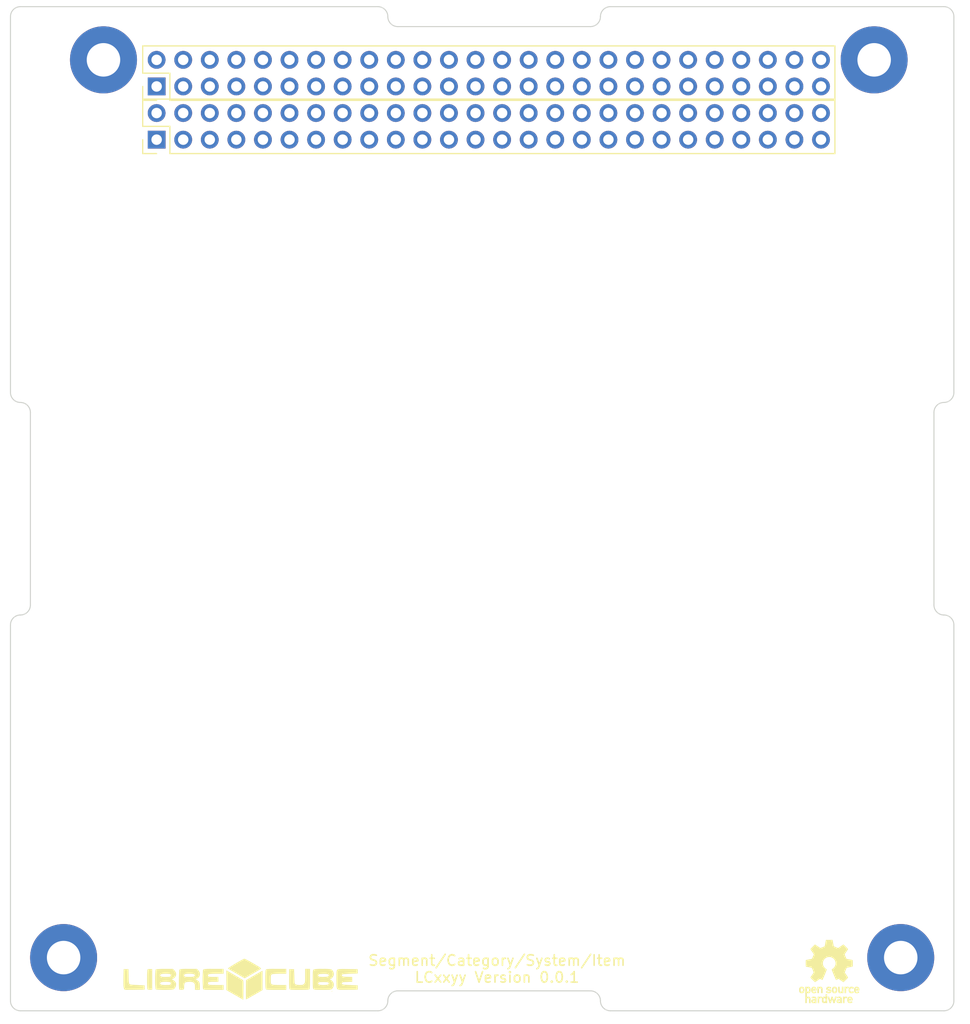
<source format=kicad_pcb>
(kicad_pcb (version 20221018) (generator pcbnew)
  (layers (0 "F.Cu" signal) (1 "In1.Cu" power) (2 "In2.Cu" power) (31 "B.Cu" signal) (34 "B.Paste" user) (35 "F.Paste" user) (36 "B.SilkS" user "B.Silkscreen") (37 "F.SilkS" user "F.Silkscreen") (38 "B.Mask" user) (39 "F.Mask" user) (44 "Edge.Cuts" user))
  (net 0 "")
  (net 1 "/CHARGE")
  (net 2 "/VBAT")
  (net 3 "/GND")
  (net 4 "/5V")
  (net 5 "/CAN_A_L")
  (net 6 "/UART_A_TX")
  (net 7 "/CAN_A_H")
  (net 8 "/UART_B_TX")
  (net 9 "/UART_A_RX")
  (net 10 "/UART_B_RX")
  (net 15 "/UART_C_TX")
  (net 17 "/UART_C_RX")
  (net 24 "/UART_D_TX")
  (net 26 "/UART_D_RX")
  (net 41 "/ENA_LCL_1")
  (net 42 "/LCL_1")
  (net 43 "/ENA_LCL_2")
  (net 44 "/LCL_2")
  (net 45 "/ENA_LCL_3")
  (net 46 "/LCL_3")
  (net 47 "/ENA_LCL_4")
  (net 48 "/LCL_4")
  (net 53 "/CAN_B_L")
  (net 55 "/CAN_B_H")
  (net 77 "/ENA_LCL_5")
  (net 78 "/LCL_5")
  (net 79 "/ENA_LCL_6")
  (net 80 "/LCL_6")
  (net 81 "/ENA_LCL_7")
  (net 82 "/LCL_7")
  (net 83 "/ENA_LCL_8")
  (net 84 "/LCL_8")
  (footprint "Connector_PinHeader_2.54mm:PinHeader_2x26_P2.54mm_Vertical" (layer "F.Cu") (at 96.52 53.975 90)
    (fp_text reference "H1" hide)
    (fp_text value "ESQ-126-39-x-D" hide)
    (pad "1" thru_hole rect locked (at 0 0 90) (size 1.7 1.7) (drill 1) (layers "*.Cu" "*.Mask") (net 5 "/CAN_A_L"))
    (pad "2" thru_hole oval locked (at 2.54 0 90) (size 1.7 1.7) (drill 1) (layers "*.Cu" "*.Mask") (net 53 "/CAN_B_L"))
    (pad "3" thru_hole oval locked (at 0 2.54 90) (size 1.7 1.7) (drill 1) (layers "*.Cu" "*.Mask") (net 7 "/CAN_A_H"))
    (pad "4" thru_hole oval locked (at 2.54 2.54 90) (size 1.7 1.7) (drill 1) (layers "*.Cu" "*.Mask") (net 55 "/CAN_B_H"))
    (pad "5" thru_hole oval locked (at 0 5.08 90) (size 1.7 1.7) (drill 1) (layers "*.Cu" "*.Mask") (net 6 "/UART_A_TX"))
    (pad "6" thru_hole oval locked (at 2.54 5.08 90) (size 1.7 1.7) (drill 1) (layers "*.Cu" "*.Mask") (net 8 "/UART_B_TX"))
    (pad "7" thru_hole oval locked (at 0 7.62 90) (size 1.7 1.7) (drill 1) (layers "*.Cu" "*.Mask") (net 9 "/UART_A_RX"))
    (pad "8" thru_hole oval locked (at 2.54 7.62 90) (size 1.7 1.7) (drill 1) (layers "*.Cu" "*.Mask") (net 10 "/UART_B_RX"))
    (pad "9" thru_hole oval locked (at 0 10.16 90) (size 1.7 1.7) (drill 1) (layers "*.Cu" "*.Mask"))
    (pad "10" thru_hole oval locked (at 2.54 10.16 90) (size 1.7 1.7) (drill 1) (layers "*.Cu" "*.Mask"))
    (pad "11" thru_hole oval locked (at 0 12.7 90) (size 1.7 1.7) (drill 1) (layers "*.Cu" "*.Mask"))
    (pad "12" thru_hole oval locked (at 2.54 12.7 90) (size 1.7 1.7) (drill 1) (layers "*.Cu" "*.Mask"))
    (pad "13" thru_hole oval locked (at 0 15.24 90) (size 1.7 1.7) (drill 1) (layers "*.Cu" "*.Mask") (net 15 "/UART_C_TX"))
    (pad "14" thru_hole oval locked (at 2.54 15.24 90) (size 1.7 1.7) (drill 1) (layers "*.Cu" "*.Mask"))
    (pad "15" thru_hole oval locked (at 0 17.78 90) (size 1.7 1.7) (drill 1) (layers "*.Cu" "*.Mask") (net 17 "/UART_C_RX"))
    (pad "16" thru_hole oval locked (at 2.54 17.78 90) (size 1.7 1.7) (drill 1) (layers "*.Cu" "*.Mask"))
    (pad "17" thru_hole oval locked (at 0 20.32 90) (size 1.7 1.7) (drill 1) (layers "*.Cu" "*.Mask"))
    (pad "18" thru_hole oval locked (at 2.54 20.32 90) (size 1.7 1.7) (drill 1) (layers "*.Cu" "*.Mask"))
    (pad "19" thru_hole oval locked (at 0 22.86 90) (size 1.7 1.7) (drill 1) (layers "*.Cu" "*.Mask"))
    (pad "20" thru_hole oval locked (at 2.54 22.86 90) (size 1.7 1.7) (drill 1) (layers "*.Cu" "*.Mask"))
    (pad "21" thru_hole oval locked (at 0 25.4 90) (size 1.7 1.7) (drill 1) (layers "*.Cu" "*.Mask"))
    (pad "22" thru_hole oval locked (at 2.54 25.4 90) (size 1.7 1.7) (drill 1) (layers "*.Cu" "*.Mask") (net 24 "/UART_D_TX"))
    (pad "23" thru_hole oval locked (at 0 27.94 90) (size 1.7 1.7) (drill 1) (layers "*.Cu" "*.Mask"))
    (pad "24" thru_hole oval locked (at 2.54 27.94 90) (size 1.7 1.7) (drill 1) (layers "*.Cu" "*.Mask") (net 26 "/UART_D_RX"))
    (pad "25" thru_hole oval locked (at 0 30.48 90) (size 1.7 1.7) (drill 1) (layers "*.Cu" "*.Mask") (net 4 "/5V"))
    (pad "26" thru_hole oval locked (at 2.54 30.48 90) (size 1.7 1.7) (drill 1) (layers "*.Cu" "*.Mask") (net 4 "/5V"))
    (pad "27" thru_hole oval locked (at 0 33.02 90) (size 1.7 1.7) (drill 1) (layers "*.Cu" "*.Mask"))
    (pad "28" thru_hole oval locked (at 2.54 33.02 90) (size 1.7 1.7) (drill 1) (layers "*.Cu" "*.Mask"))
    (pad "29" thru_hole oval locked (at 0 35.56 90) (size 1.7 1.7) (drill 1) (layers "*.Cu" "*.Mask"))
    (pad "30" thru_hole oval locked (at 2.54 35.56 90) (size 1.7 1.7) (drill 1) (layers "*.Cu" "*.Mask"))
    (pad "31" thru_hole oval locked (at 0 38.1 90) (size 1.7 1.7) (drill 1) (layers "*.Cu" "*.Mask") (net 1 "/CHARGE"))
    (pad "32" thru_hole oval locked (at 2.54 38.1 90) (size 1.7 1.7) (drill 1) (layers "*.Cu" "*.Mask") (net 1 "/CHARGE"))
    (pad "33" thru_hole oval locked (at 0 40.64 90) (size 1.7 1.7) (drill 1) (layers "*.Cu" "*.Mask") (net 3 "/GND"))
    (pad "34" thru_hole oval locked (at 2.54 40.64 90) (size 1.7 1.7) (drill 1) (layers "*.Cu" "*.Mask") (net 3 "/GND"))
    (pad "35" thru_hole oval locked (at 0 43.18 90) (size 1.7 1.7) (drill 1) (layers "*.Cu" "*.Mask"))
    (pad "36" thru_hole oval locked (at 2.54 43.18 90) (size 1.7 1.7) (drill 1) (layers "*.Cu" "*.Mask"))
    (pad "37" thru_hole oval locked (at 0 45.72 90) (size 1.7 1.7) (drill 1) (layers "*.Cu" "*.Mask"))
    (pad "38" thru_hole oval locked (at 2.54 45.72 90) (size 1.7 1.7) (drill 1) (layers "*.Cu" "*.Mask"))
    (pad "39" thru_hole oval locked (at 0 48.26 90) (size 1.7 1.7) (drill 1) (layers "*.Cu" "*.Mask"))
    (pad "40" thru_hole oval locked (at 2.54 48.26 90) (size 1.7 1.7) (drill 1) (layers "*.Cu" "*.Mask"))
    (pad "41" thru_hole oval locked (at 0 50.8 90) (size 1.7 1.7) (drill 1) (layers "*.Cu" "*.Mask"))
    (pad "42" thru_hole oval locked (at 2.54 50.8 90) (size 1.7 1.7) (drill 1) (layers "*.Cu" "*.Mask"))
    (pad "43" thru_hole oval locked (at 0 53.34 90) (size 1.7 1.7) (drill 1) (layers "*.Cu" "*.Mask"))
    (pad "44" thru_hole oval locked (at 2.54 53.34 90) (size 1.7 1.7) (drill 1) (layers "*.Cu" "*.Mask"))
    (pad "45" thru_hole oval locked (at 0 55.88 90) (size 1.7 1.7) (drill 1) (layers "*.Cu" "*.Mask") (net 41 "/ENA_LCL_1"))
    (pad "46" thru_hole oval locked (at 2.54 55.88 90) (size 1.7 1.7) (drill 1) (layers "*.Cu" "*.Mask") (net 42 "/LCL_1"))
    (pad "47" thru_hole oval locked (at 0 58.42 90) (size 1.7 1.7) (drill 1) (layers "*.Cu" "*.Mask") (net 43 "/ENA_LCL_2"))
    (pad "48" thru_hole oval locked (at 2.54 58.42 90) (size 1.7 1.7) (drill 1) (layers "*.Cu" "*.Mask") (net 44 "/LCL_2"))
    (pad "49" thru_hole oval locked (at 0 60.96 90) (size 1.7 1.7) (drill 1) (layers "*.Cu" "*.Mask") (net 45 "/ENA_LCL_3"))
    (pad "50" thru_hole oval locked (at 2.54 60.96 90) (size 1.7 1.7) (drill 1) (layers "*.Cu" "*.Mask") (net 46 "/LCL_3"))
    (pad "51" thru_hole oval locked (at 0 63.5 90) (size 1.7 1.7) (drill 1) (layers "*.Cu" "*.Mask") (net 47 "/ENA_LCL_4"))
    (pad "52" thru_hole oval locked (at 2.54 63.5 90) (size 1.7 1.7) (drill 1) (layers "*.Cu" "*.Mask") (net 48 "/LCL_4"))
  )
  (footprint "Connector_PinHeader_2.54mm:PinHeader_2x26_P2.54mm_Vertical" (layer "F.Cu") (at 96.52 48.895 90)
    (fp_text reference "H2" hide)
    (fp_text value "ESQ-126-39-x-D" hide)
    (pad "1" thru_hole rect locked (at 0 0 90) (size 1.7 1.7) (drill 1) (layers "*.Cu" "*.Mask"))
    (pad "2" thru_hole oval locked (at 2.54 0 90) (size 1.7 1.7) (drill 1) (layers "*.Cu" "*.Mask"))
    (pad "3" thru_hole oval locked (at 0 2.54 90) (size 1.7 1.7) (drill 1) (layers "*.Cu" "*.Mask"))
    (pad "4" thru_hole oval locked (at 2.54 2.54 90) (size 1.7 1.7) (drill 1) (layers "*.Cu" "*.Mask"))
    (pad "5" thru_hole oval locked (at 0 5.08 90) (size 1.7 1.7) (drill 1) (layers "*.Cu" "*.Mask"))
    (pad "6" thru_hole oval locked (at 2.54 5.08 90) (size 1.7 1.7) (drill 1) (layers "*.Cu" "*.Mask"))
    (pad "7" thru_hole oval locked (at 0 7.62 90) (size 1.7 1.7) (drill 1) (layers "*.Cu" "*.Mask"))
    (pad "8" thru_hole oval locked (at 2.54 7.62 90) (size 1.7 1.7) (drill 1) (layers "*.Cu" "*.Mask"))
    (pad "9" thru_hole oval locked (at 0 10.16 90) (size 1.7 1.7) (drill 1) (layers "*.Cu" "*.Mask"))
    (pad "10" thru_hole oval locked (at 2.54 10.16 90) (size 1.7 1.7) (drill 1) (layers "*.Cu" "*.Mask"))
    (pad "11" thru_hole oval locked (at 0 12.7 90) (size 1.7 1.7) (drill 1) (layers "*.Cu" "*.Mask"))
    (pad "12" thru_hole oval locked (at 2.54 12.7 90) (size 1.7 1.7) (drill 1) (layers "*.Cu" "*.Mask"))
    (pad "13" thru_hole oval locked (at 0 15.24 90) (size 1.7 1.7) (drill 1) (layers "*.Cu" "*.Mask"))
    (pad "14" thru_hole oval locked (at 2.54 15.24 90) (size 1.7 1.7) (drill 1) (layers "*.Cu" "*.Mask"))
    (pad "15" thru_hole oval locked (at 0 17.78 90) (size 1.7 1.7) (drill 1) (layers "*.Cu" "*.Mask"))
    (pad "16" thru_hole oval locked (at 2.54 17.78 90) (size 1.7 1.7) (drill 1) (layers "*.Cu" "*.Mask"))
    (pad "17" thru_hole oval locked (at 0 20.32 90) (size 1.7 1.7) (drill 1) (layers "*.Cu" "*.Mask"))
    (pad "18" thru_hole oval locked (at 2.54 20.32 90) (size 1.7 1.7) (drill 1) (layers "*.Cu" "*.Mask"))
    (pad "19" thru_hole oval locked (at 0 22.86 90) (size 1.7 1.7) (drill 1) (layers "*.Cu" "*.Mask"))
    (pad "20" thru_hole oval locked (at 2.54 22.86 90) (size 1.7 1.7) (drill 1) (layers "*.Cu" "*.Mask"))
    (pad "21" thru_hole oval locked (at 0 25.4 90) (size 1.7 1.7) (drill 1) (layers "*.Cu" "*.Mask"))
    (pad "22" thru_hole oval locked (at 2.54 25.4 90) (size 1.7 1.7) (drill 1) (layers "*.Cu" "*.Mask"))
    (pad "23" thru_hole oval locked (at 0 27.94 90) (size 1.7 1.7) (drill 1) (layers "*.Cu" "*.Mask"))
    (pad "24" thru_hole oval locked (at 2.54 27.94 90) (size 1.7 1.7) (drill 1) (layers "*.Cu" "*.Mask"))
    (pad "25" thru_hole oval locked (at 0 30.48 90) (size 1.7 1.7) (drill 1) (layers "*.Cu" "*.Mask") (net 4 "/5V"))
    (pad "26" thru_hole oval locked (at 2.54 30.48 90) (size 1.7 1.7) (drill 1) (layers "*.Cu" "*.Mask") (net 4 "/5V"))
    (pad "27" thru_hole oval locked (at 0 33.02 90) (size 1.7 1.7) (drill 1) (layers "*.Cu" "*.Mask"))
    (pad "28" thru_hole oval locked (at 2.54 33.02 90) (size 1.7 1.7) (drill 1) (layers "*.Cu" "*.Mask"))
    (pad "29" thru_hole oval locked (at 0 35.56 90) (size 1.7 1.7) (drill 1) (layers "*.Cu" "*.Mask") (net 3 "/GND"))
    (pad "30" thru_hole oval locked (at 2.54 35.56 90) (size 1.7 1.7) (drill 1) (layers "*.Cu" "*.Mask") (net 3 "/GND"))
    (pad "31" thru_hole oval locked (at 0 38.1 90) (size 1.7 1.7) (drill 1) (layers "*.Cu" "*.Mask") (net 3 "/GND"))
    (pad "32" thru_hole oval locked (at 2.54 38.1 90) (size 1.7 1.7) (drill 1) (layers "*.Cu" "*.Mask") (net 3 "/GND"))
    (pad "33" thru_hole oval locked (at 0 40.64 90) (size 1.7 1.7) (drill 1) (layers "*.Cu" "*.Mask") (net 77 "/ENA_LCL_5"))
    (pad "34" thru_hole oval locked (at 2.54 40.64 90) (size 1.7 1.7) (drill 1) (layers "*.Cu" "*.Mask") (net 78 "/LCL_5"))
    (pad "35" thru_hole oval locked (at 0 43.18 90) (size 1.7 1.7) (drill 1) (layers "*.Cu" "*.Mask") (net 79 "/ENA_LCL_6"))
    (pad "36" thru_hole oval locked (at 2.54 43.18 90) (size 1.7 1.7) (drill 1) (layers "*.Cu" "*.Mask") (net 80 "/LCL_6"))
    (pad "37" thru_hole oval locked (at 0 45.72 90) (size 1.7 1.7) (drill 1) (layers "*.Cu" "*.Mask") (net 81 "/ENA_LCL_7"))
    (pad "38" thru_hole oval locked (at 2.54 45.72 90) (size 1.7 1.7) (drill 1) (layers "*.Cu" "*.Mask") (net 82 "/LCL_7"))
    (pad "39" thru_hole oval locked (at 0 48.26 90) (size 1.7 1.7) (drill 1) (layers "*.Cu" "*.Mask") (net 83 "/ENA_LCL_8"))
    (pad "40" thru_hole oval locked (at 2.54 48.26 90) (size 1.7 1.7) (drill 1) (layers "*.Cu" "*.Mask") (net 84 "/LCL_8"))
    (pad "41" thru_hole oval locked (at 0 50.8 90) (size 1.7 1.7) (drill 1) (layers "*.Cu" "*.Mask"))
    (pad "42" thru_hole oval locked (at 2.54 50.8 90) (size 1.7 1.7) (drill 1) (layers "*.Cu" "*.Mask"))
    (pad "43" thru_hole oval locked (at 0 53.34 90) (size 1.7 1.7) (drill 1) (layers "*.Cu" "*.Mask"))
    (pad "44" thru_hole oval locked (at 2.54 53.34 90) (size 1.7 1.7) (drill 1) (layers "*.Cu" "*.Mask"))
    (pad "45" thru_hole oval locked (at 0 55.88 90) (size 1.7 1.7) (drill 1) (layers "*.Cu" "*.Mask") (net 2 "/VBAT"))
    (pad "46" thru_hole oval locked (at 2.54 55.88 90) (size 1.7 1.7) (drill 1) (layers "*.Cu" "*.Mask") (net 2 "/VBAT"))
    (pad "47" thru_hole oval locked (at 0 58.42 90) (size 1.7 1.7) (drill 1) (layers "*.Cu" "*.Mask"))
    (pad "48" thru_hole oval locked (at 2.54 58.42 90) (size 1.7 1.7) (drill 1) (layers "*.Cu" "*.Mask"))
    (pad "49" thru_hole oval locked (at 0 60.96 90) (size 1.7 1.7) (drill 1) (layers "*.Cu" "*.Mask"))
    (pad "50" thru_hole oval locked (at 2.54 60.96 90) (size 1.7 1.7) (drill 1) (layers "*.Cu" "*.Mask"))
    (pad "51" thru_hole oval locked (at 0 63.5 90) (size 1.7 1.7) (drill 1) (layers "*.Cu" "*.Mask"))
    (pad "52" thru_hole oval locked (at 2.54 63.5 90) (size 1.7 1.7) (drill 1) (layers "*.Cu" "*.Mask"))
  )
  (footprint "MountingHole:MountingHole_3.2mm_M3_Pad" (layer "F.Cu") (at 91.44 46.355)
    (fp_text reference "M1" hide)
    (fp_text value "MountingHole" hide)
    (pad "1" thru_hole circle (at 0 0) (size 6.4 6.4) (drill 3.2) (layers "*.Cu" "*.Mask"))
  )
  (footprint "MountingHole:MountingHole_3.2mm_M3_Pad" (layer "F.Cu") (at 165.1 46.355)
    (fp_text reference "M2" hide)
    (fp_text value "MountingHole" hide)
    (pad "1" thru_hole circle (at 0 0) (size 6.4 6.4) (drill 3.2) (layers "*.Cu" "*.Mask"))
  )
  (footprint "MountingHole:MountingHole_3.2mm_M3_Pad" (layer "F.Cu") (at 167.64 132.08)
    (fp_text reference "M3" hide)
    (fp_text value "MountingHole" hide)
    (pad "1" thru_hole circle (at 0 0) (size 6.4 6.4) (drill 3.2) (layers "*.Cu" "*.Mask"))
  )
  (footprint "MountingHole:MountingHole_3.2mm_M3_Pad" (layer "F.Cu") (at 87.63 132.08)
    (fp_text reference "M4" hide)
    (fp_text value "MountingHole" hide)
    (pad "1" thru_hole circle (at 0 0) (size 6.4 6.4) (drill 3.2) (layers "*.Cu" "*.Mask"))
  )
  (footprint "librecube_pcb_template:LibreCube_logo_22.4mm" (layer "F.Cu") (at 104.55 134.16)
    (fp_text reference "G***" hide)
    (fp_text value "LOGO" hide)
  )
  (footprint "Symbol:OSHW-Logo_5.7x6mm_SilkScreen" (layer "F.Cu") (at 160.8 133.41)
    (fp_text reference "REF1" hide)
    (fp_text value "Logo_Open_Hardware_Small" hide)
  )
  (gr_arc locked (start 82.55 100.3173) (mid 82.828981 99.643781) (end 83.5025 99.3648) (stroke (width 0.1)) (layer "Edge.Cuts"))
  (gr_arc locked (start 84.455 98.4123) (mid 84.176019 99.085819) (end 83.5025 99.3648) (stroke (width 0.1)) (layer "Edge.Cuts"))
  (gr_arc locked (start 83.5025 79.0702) (mid 84.176019 79.349181) (end 84.455 80.0227) (stroke (width 0.1)) (layer "Edge.Cuts"))
  (gr_arc locked (start 83.5025 79.0702) (mid 82.828981 78.791219) (end 82.55 78.1177) (stroke (width 0.1)) (layer "Edge.Cuts"))
  (gr_arc locked (start 82.55 42.2275) (mid 82.828981 41.553981) (end 83.5025 41.275) (stroke (width 0.1)) (layer "Edge.Cuts"))
  (gr_arc locked (start 171.7675 41.275) (mid 172.441019 41.553981) (end 172.72 42.2275) (stroke (width 0.1)) (layer "Edge.Cuts"))
  (gr_arc locked (start 172.72 136.2075) (mid 172.441019 136.881019) (end 171.7675 137.16) (stroke (width 0.1)) (layer "Edge.Cuts"))
  (gr_arc locked (start 172.72 78.1177) (mid 172.441019 78.791219) (end 171.7675 79.0702) (stroke (width 0.1)) (layer "Edge.Cuts"))
  (gr_arc locked (start 171.7675 99.3648) (mid 172.441019 99.643781) (end 172.72 100.3173) (stroke (width 0.1)) (layer "Edge.Cuts"))
  (gr_arc locked (start 171.7675 99.3648) (mid 171.093981 99.085819) (end 170.815 98.4123) (stroke (width 0.1)) (layer "Edge.Cuts"))
  (gr_line locked (start 172.72 100.3173) (end 172.72 136.2075) (stroke (width 0.1)) (layer "Edge.Cuts"))
  (gr_line locked (start 170.815 80.0227) (end 170.815 98.4123) (stroke (width 0.1)) (layer "Edge.Cuts"))
  (gr_line locked (start 172.72 42.2275) (end 172.72 78.1177) (stroke (width 0.1)) (layer "Edge.Cuts"))
  (gr_arc locked (start 170.815 80.0227) (mid 171.093981 79.349181) (end 171.7675 79.0702) (stroke (width 0.1)) (layer "Edge.Cuts"))
  (gr_arc locked (start 118.618 136.2075) (mid 118.339019 136.881019) (end 117.6655 137.16) (stroke (width 0.1)) (layer "Edge.Cuts"))
  (gr_arc locked (start 118.618 136.2075) (mid 118.896981 135.533981) (end 119.5705 135.255) (stroke (width 0.1)) (layer "Edge.Cuts"))
  (gr_arc locked (start 137.9855 135.255) (mid 138.659019 135.533981) (end 138.938 136.2075) (stroke (width 0.1)) (layer "Edge.Cuts"))
  (gr_arc locked (start 139.8905 137.16) (mid 139.216981 136.881019) (end 138.938 136.2075) (stroke (width 0.1)) (layer "Edge.Cuts"))
  (gr_line locked (start 83.5025 137.16) (end 117.6655 137.16) (stroke (width 0.1)) (layer "Edge.Cuts"))
  (gr_line locked (start 119.5705 135.255) (end 137.9855 135.255) (stroke (width 0.1)) (layer "Edge.Cuts"))
  (gr_line locked (start 139.8905 137.16) (end 171.7675 137.16) (stroke (width 0.1)) (layer "Edge.Cuts"))
  (gr_arc locked (start 117.6655 41.275) (mid 118.339019 41.553981) (end 118.618 42.2275) (stroke (width 0.1)) (layer "Edge.Cuts"))
  (gr_line locked (start 83.5025 41.275) (end 117.6655 41.275) (stroke (width 0.1)) (layer "Edge.Cuts"))
  (gr_line locked (start 139.8905 41.275) (end 171.7675 41.275) (stroke (width 0.1)) (layer "Edge.Cuts"))
  (gr_arc locked (start 138.938 42.2275) (mid 139.216981 41.553981) (end 139.8905 41.275) (stroke (width 0.1)) (layer "Edge.Cuts"))
  (gr_arc locked (start 119.5705 43.18) (mid 118.896981 42.901019) (end 118.618 42.2275) (stroke (width 0.1)) (layer "Edge.Cuts"))
  (gr_line locked (start 119.5705 43.18) (end 137.9855 43.18) (stroke (width 0.1)) (layer "Edge.Cuts"))
  (gr_arc locked (start 138.938 42.2275) (mid 138.659019 42.901019) (end 137.9855 43.18) (stroke (width 0.1)) (layer "Edge.Cuts"))
  (gr_arc locked (start 83.5025 137.16) (mid 82.828981 136.881019) (end 82.55 136.2075) (stroke (width 0.1)) (layer "Edge.Cuts"))
  (gr_line locked (start 82.55 100.3173) (end 82.55 136.2075) (stroke (width 0.1)) (layer "Edge.Cuts"))
  (gr_line locked (start 82.55 42.2275) (end 82.55 78.1177) (stroke (width 0.1)) (layer "Edge.Cuts"))
  (gr_line locked (start 84.455 80.0227) (end 84.455 98.4123) (stroke (width 0.1)) (layer "Edge.Cuts"))
  (gr_text locked "Segment/Category/System/Item\nLCxxyy Version 0.0.1" (at 129.05 133.16) (layer "F.SilkS") (effects (font (size 1 1))))
)
</source>
